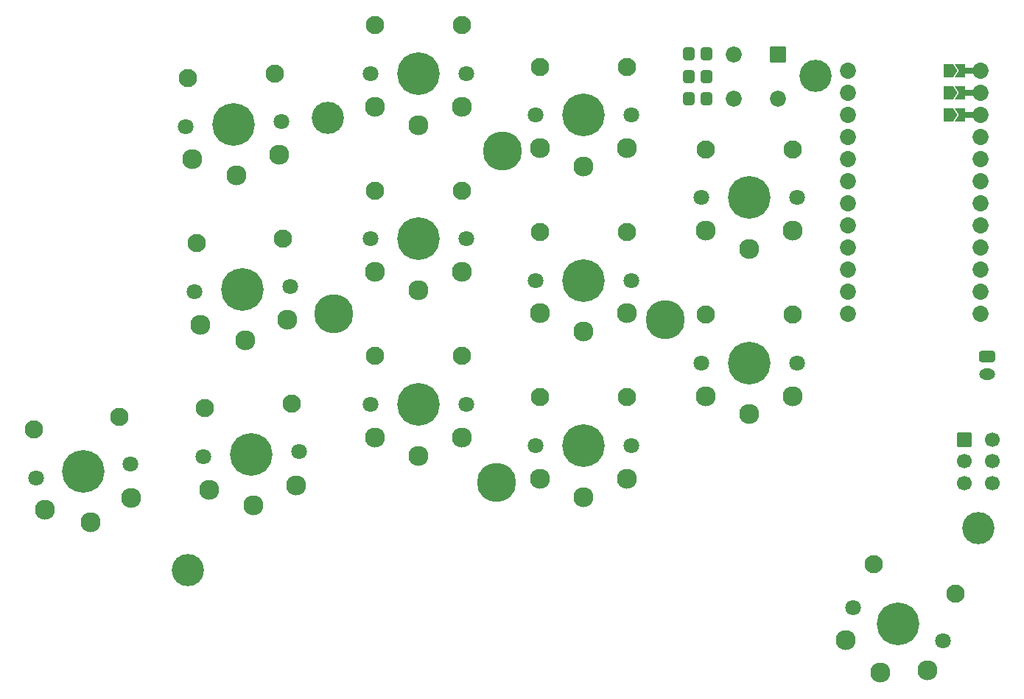
<source format=gbr>
%TF.GenerationSoftware,KiCad,Pcbnew,8.0.6-1.fc41*%
%TF.CreationDate,2024-12-09T09:59:40+11:00*%
%TF.ProjectId,pueo-mx-spaced,7075656f-2d6d-4782-9d73-70616365642e,0.1*%
%TF.SameCoordinates,Original*%
%TF.FileFunction,Soldermask,Bot*%
%TF.FilePolarity,Negative*%
%FSLAX46Y46*%
G04 Gerber Fmt 4.6, Leading zero omitted, Abs format (unit mm)*
G04 Created by KiCad (PCBNEW 8.0.6-1.fc41) date 2024-12-09 09:59:40*
%MOMM*%
%LPD*%
G01*
G04 APERTURE LIST*
G04 Aperture macros list*
%AMRoundRect*
0 Rectangle with rounded corners*
0 $1 Rounding radius*
0 $2 $3 $4 $5 $6 $7 $8 $9 X,Y pos of 4 corners*
0 Add a 4 corners polygon primitive as box body*
4,1,4,$2,$3,$4,$5,$6,$7,$8,$9,$2,$3,0*
0 Add four circle primitives for the rounded corners*
1,1,$1+$1,$2,$3*
1,1,$1+$1,$4,$5*
1,1,$1+$1,$6,$7*
1,1,$1+$1,$8,$9*
0 Add four rect primitives between the rounded corners*
20,1,$1+$1,$2,$3,$4,$5,0*
20,1,$1+$1,$4,$5,$6,$7,0*
20,1,$1+$1,$6,$7,$8,$9,0*
20,1,$1+$1,$8,$9,$2,$3,0*%
%AMFreePoly0*
4,1,16,0.685355,0.785355,0.700000,0.750000,0.691603,0.722265,0.210093,0.000000,0.691603,-0.722265,0.699029,-0.759806,0.677735,-0.791603,0.650000,-0.800000,-0.500000,-0.800000,-0.535355,-0.785355,-0.550000,-0.750000,-0.550000,0.750000,-0.535355,0.785355,-0.500000,0.800000,0.650000,0.800000,0.685355,0.785355,0.685355,0.785355,$1*%
%AMFreePoly1*
4,1,16,0.535355,0.785355,0.550000,0.750000,0.550000,-0.750000,0.535355,-0.785355,0.500000,-0.800000,-0.500000,-0.800000,-0.535355,-0.785355,-0.541603,-0.777735,-1.041603,-0.027735,-1.049029,0.009806,-1.041603,0.027735,-0.541603,0.777735,-0.509806,0.799029,-0.500000,0.800000,0.500000,0.800000,0.535355,0.785355,0.535355,0.785355,$1*%
G04 Aperture macros list end*
%ADD10RoundRect,0.270833X-0.654167X0.379167X-0.654167X-0.379167X0.654167X-0.379167X0.654167X0.379167X0*%
%ADD11RoundRect,0.050000X-0.800000X0.800000X-0.800000X-0.800000X0.800000X-0.800000X0.800000X0.800000X0*%
%ADD12C,1.700000*%
%ADD13O,1.850000X1.300000*%
%ADD14C,3.700000*%
%ADD15C,4.500000*%
%ADD16RoundRect,0.270833X0.379167X0.479167X-0.379167X0.479167X-0.379167X-0.479167X0.379167X-0.479167X0*%
%ADD17RoundRect,0.102000X-0.820000X0.820000X-0.820000X-0.820000X0.820000X-0.820000X0.820000X0.820000X0*%
%ADD18C,1.844000*%
%ADD19C,1.801800*%
%ADD20C,2.100000*%
%ADD21C,4.900000*%
%ADD22C,2.300000*%
%ADD23C,1.852600*%
%ADD24RoundRect,0.050000X-0.762000X0.250000X-0.762000X-0.250000X0.762000X-0.250000X0.762000X0.250000X0*%
%ADD25FreePoly0,180.000000*%
%ADD26FreePoly1,180.000000*%
G04 APERTURE END LIST*
D10*
%TO.C,*%
X201282701Y-93048471D03*
%TD*%
D11*
%TO.C,on/off*%
X198638611Y-102553469D03*
D12*
X198638604Y-105053469D03*
X198638619Y-107553467D03*
X201838621Y-102553461D03*
X201838616Y-105053469D03*
X201838605Y-107553468D03*
%TD*%
D13*
%TO.C,*%
X201282700Y-95048470D03*
%TD*%
D14*
%TO.C,*%
X200274472Y-112742162D03*
%TD*%
D15*
%TO.C,REF\u002A\u002A*%
X126176986Y-88128899D03*
X145556553Y-69414268D03*
X144891617Y-107508466D03*
X164271184Y-88793835D03*
%TD*%
%TO.C,*%
X144891617Y-107508466D03*
%TD*%
D16*
%TO.C,REF\u002A\u002A*%
X168981278Y-60817946D03*
X166981278Y-60817942D03*
%TD*%
%TO.C,REF\u002A\u002A*%
X168981278Y-58254490D03*
X166981278Y-58254486D03*
%TD*%
D17*
%TO.C,REF\u002A\u002A*%
X177248141Y-58277937D03*
D18*
X177248141Y-63357939D03*
X172168139Y-63357939D03*
X172168139Y-58277937D03*
%TD*%
D16*
%TO.C,REF\u002A\u002A*%
X168981279Y-63404491D03*
X166981279Y-63404487D03*
%TD*%
D19*
%TO.C,S4*%
X109161664Y-66599976D03*
D20*
X109370515Y-61031412D03*
D21*
X114654126Y-66312127D03*
D20*
X119356810Y-60508052D03*
D19*
X120146588Y-66024278D03*
D22*
X114962907Y-72204038D03*
X109859854Y-70368598D03*
X119846150Y-69845238D03*
%TD*%
D19*
%TO.C,S13*%
X185823306Y-121897357D03*
D20*
X188191365Y-116853071D03*
D21*
X190991616Y-123778467D03*
D20*
X197588289Y-120273275D03*
D19*
X196159926Y-125659577D03*
D22*
X188973696Y-129322655D03*
X184993475Y-125639199D03*
X194390402Y-129059401D03*
%TD*%
D19*
%TO.C,S8*%
X149391618Y-103258464D03*
D20*
X149891615Y-97708468D03*
D21*
X154891617Y-103258466D03*
D20*
X159891617Y-97708465D03*
D19*
X160391616Y-103258468D03*
D22*
X154891617Y-109158468D03*
X149891617Y-107058466D03*
X159891617Y-107058466D03*
%TD*%
D19*
%TO.C,S3*%
X110156046Y-85573933D03*
D20*
X110364897Y-80005369D03*
D21*
X115648508Y-85286084D03*
D20*
X120351192Y-79482009D03*
D19*
X121140970Y-84998235D03*
D22*
X115957289Y-91177995D03*
X110854236Y-89342555D03*
X120840532Y-88819195D03*
%TD*%
D19*
%TO.C,S5*%
X130391617Y-98508468D03*
D20*
X130891614Y-92958472D03*
D21*
X135891616Y-98508470D03*
D20*
X140891616Y-92958469D03*
D19*
X141391615Y-98508472D03*
D22*
X135891616Y-104408472D03*
X130891616Y-102308470D03*
X140891616Y-102308470D03*
%TD*%
D14*
%TO.C,REF\u002A\u002A*%
X109402834Y-117541819D03*
%TD*%
D19*
%TO.C,S12*%
X168391620Y-74758467D03*
D20*
X168891617Y-69208471D03*
D21*
X173891619Y-74758469D03*
D20*
X178891619Y-69208468D03*
D19*
X179391618Y-74758471D03*
D22*
X173891619Y-80658471D03*
X168891619Y-78558469D03*
X178891619Y-78558469D03*
%TD*%
D14*
%TO.C,REF\u002A\u002A*%
X125439323Y-65613080D03*
%TD*%
D19*
%TO.C,S11*%
X168391618Y-93758463D03*
D20*
X168891615Y-88208467D03*
D21*
X173891617Y-93758465D03*
D20*
X178891617Y-88208464D03*
D19*
X179391616Y-93758467D03*
D22*
X173891617Y-99658467D03*
X168891617Y-97558465D03*
X178891617Y-97558465D03*
%TD*%
D19*
%TO.C,S10*%
X149391619Y-65258467D03*
D20*
X149891616Y-59708471D03*
D21*
X154891618Y-65258469D03*
D20*
X159891618Y-59708468D03*
D19*
X160391617Y-65258471D03*
D22*
X154891618Y-71158471D03*
X149891618Y-69058469D03*
X159891618Y-69058469D03*
%TD*%
D14*
%TO.C,REF\u002A\u002A*%
X181491618Y-60758466D03*
%TD*%
D23*
%TO.C,MCU1*%
X200511617Y-60138469D03*
D24*
X199166618Y-60138466D03*
D25*
X198216619Y-60138469D03*
D23*
X185271617Y-60138467D03*
X200511619Y-62678469D03*
D24*
X199166618Y-62678468D03*
D25*
X198216618Y-62678469D03*
D23*
X185271617Y-62678469D03*
X200511618Y-65218469D03*
D24*
X199166618Y-65218467D03*
D25*
X198216617Y-65218468D03*
D23*
X185271620Y-65218466D03*
X200511618Y-67758468D03*
X185271620Y-67758467D03*
D26*
X196766620Y-60138468D03*
X196766617Y-62678468D03*
X196766618Y-65218468D03*
D23*
X200511618Y-70298469D03*
X200511619Y-72838467D03*
X200511618Y-75378468D03*
X200511618Y-77918468D03*
X200511616Y-80458469D03*
X200511616Y-82998470D03*
X200511619Y-85538467D03*
X200511619Y-88078469D03*
X185271618Y-70298468D03*
X185271618Y-72838468D03*
X185271617Y-75378469D03*
X185271618Y-77918467D03*
X185271618Y-80458468D03*
X185271618Y-82998467D03*
X185271617Y-85538467D03*
X185271619Y-88078467D03*
%TD*%
D19*
%TO.C,S6*%
X130391616Y-79508464D03*
D20*
X130891613Y-73958468D03*
D21*
X135891615Y-79508466D03*
D20*
X140891615Y-73958465D03*
D19*
X141391614Y-79508468D03*
D22*
X135891615Y-85408468D03*
X130891615Y-83308466D03*
X140891615Y-83308466D03*
%TD*%
D19*
%TO.C,S2*%
X111150431Y-104547895D03*
D20*
X111359282Y-98979331D03*
D21*
X116642893Y-104260046D03*
D20*
X121345577Y-98455971D03*
D19*
X122135355Y-103972197D03*
D22*
X116951674Y-110151957D03*
X111848621Y-108316517D03*
X121834917Y-107793157D03*
%TD*%
D19*
%TO.C,S7*%
X130391619Y-60508465D03*
D20*
X130891616Y-54958469D03*
D21*
X135891618Y-60508467D03*
D20*
X140891618Y-54958466D03*
D19*
X141391617Y-60508469D03*
D22*
X135891618Y-66408469D03*
X130891618Y-64308467D03*
X140891618Y-64308467D03*
%TD*%
D14*
%TO.C,REF\u002A\u002A*%
X200274472Y-112742162D03*
%TD*%
D19*
%TO.C,S1*%
X91928205Y-106950630D03*
D20*
X91650928Y-101385057D03*
D21*
X97374678Y-106185178D03*
D20*
X101553607Y-99993327D03*
D19*
X102821151Y-105419726D03*
D22*
X98195799Y-112027760D03*
X92952196Y-110644060D03*
X102854877Y-109252331D03*
%TD*%
D19*
%TO.C,S9*%
X149391620Y-84258467D03*
D20*
X149891617Y-78708471D03*
D21*
X154891619Y-84258469D03*
D20*
X159891619Y-78708468D03*
D19*
X160391618Y-84258471D03*
D22*
X154891619Y-90158471D03*
X149891619Y-88058469D03*
X159891619Y-88058469D03*
%TD*%
M02*

</source>
